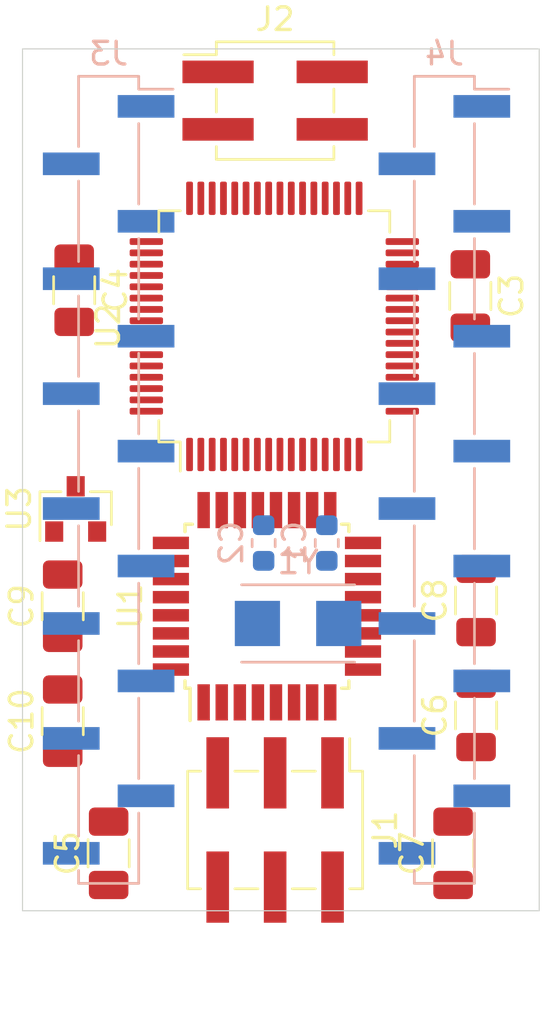
<source format=kicad_pcb>
(kicad_pcb (version 20171130) (host pcbnew 5.1.7)

  (general
    (thickness 1.6)
    (drawings 4)
    (tracks 0)
    (zones 0)
    (modules 18)
    (nets 46)
  )

  (page A4)
  (layers
    (0 F.Cu signal)
    (31 B.Cu signal)
    (32 B.Adhes user)
    (33 F.Adhes user)
    (34 B.Paste user)
    (35 F.Paste user)
    (36 B.SilkS user)
    (37 F.SilkS user)
    (38 B.Mask user)
    (39 F.Mask user)
    (40 Dwgs.User user)
    (41 Cmts.User user)
    (42 Eco1.User user)
    (43 Eco2.User user)
    (44 Edge.Cuts user)
    (45 Margin user)
    (46 B.CrtYd user)
    (47 F.CrtYd user)
    (48 B.Fab user)
    (49 F.Fab user)
  )

  (setup
    (last_trace_width 0.25)
    (trace_clearance 0.2)
    (zone_clearance 0.508)
    (zone_45_only no)
    (trace_min 0.2)
    (via_size 0.8)
    (via_drill 0.4)
    (via_min_size 0.4)
    (via_min_drill 0.3)
    (uvia_size 0.3)
    (uvia_drill 0.1)
    (uvias_allowed no)
    (uvia_min_size 0.2)
    (uvia_min_drill 0.1)
    (edge_width 0.05)
    (segment_width 0.2)
    (pcb_text_width 0.3)
    (pcb_text_size 1.5 1.5)
    (mod_edge_width 0.12)
    (mod_text_size 1 1)
    (mod_text_width 0.15)
    (pad_size 1.524 1.524)
    (pad_drill 0.762)
    (pad_to_mask_clearance 0)
    (aux_axis_origin 0 0)
    (visible_elements FFFFFF7F)
    (pcbplotparams
      (layerselection 0x010fc_ffffffff)
      (usegerberextensions false)
      (usegerberattributes true)
      (usegerberadvancedattributes true)
      (creategerberjobfile true)
      (excludeedgelayer true)
      (linewidth 0.100000)
      (plotframeref false)
      (viasonmask false)
      (mode 1)
      (useauxorigin false)
      (hpglpennumber 1)
      (hpglpenspeed 20)
      (hpglpendiameter 15.000000)
      (psnegative false)
      (psa4output false)
      (plotreference true)
      (plotvalue true)
      (plotinvisibletext false)
      (padsonsilk false)
      (subtractmaskfromsilk false)
      (outputformat 1)
      (mirror false)
      (drillshape 1)
      (scaleselection 1)
      (outputdirectory ""))
  )

  (net 0 "")
  (net 1 GND)
  (net 2 CS0)
  (net 3 ~DCD)
  (net 4 ~CS1)
  (net 5 ~DSR)
  (net 6 DB0)
  (net 7 RxC)
  (net 8 DB1)
  (net 9 DB2)
  (net 10 DB3)
  (net 11 ~RTS)
  (net 12 DB4)
  (net 13 ~CTS)
  (net 14 DB5)
  (net 15 TxD)
  (net 16 DB6)
  (net 17 ~DTR)
  (net 18 DB7)
  (net 19 RxD)
  (net 20 ~IRQ)
  (net 21 RS0)
  (net 22 RS1)
  (net 23 R~W)
  (net 24 +5V)
  (net 25 ~RESET)
  (net 26 MISO)
  (net 27 SCK)
  (net 28 MOSI)
  (net 29 "Net-(C1-Pad2)")
  (net 30 "Net-(C2-Pad2)")
  (net 31 CLK)
  (net 32 "Net-(U1-Pad12)")
  (net 33 "Net-(U1-Pad13)")
  (net 34 "Net-(U1-Pad17)")
  (net 35 "Net-(U1-Pad23)")
  (net 36 "Net-(U1-Pad24)")
  (net 37 "Net-(U1-Pad25)")
  (net 38 "Net-(U1-Pad26)")
  (net 39 "Net-(U1-Pad27)")
  (net 40 "Net-(U1-Pad28)")
  (net 41 +3V3)
  (net 42 "Net-(J2-Pad1)")
  (net 43 "Net-(J2-Pad2)")
  (net 44 "Net-(J2-Pad3)")
  (net 45 "Net-(J2-Pad4)")

  (net_class Default "This is the default net class."
    (clearance 0.2)
    (trace_width 0.25)
    (via_dia 0.8)
    (via_drill 0.4)
    (uvia_dia 0.3)
    (uvia_drill 0.1)
    (add_net +3V3)
    (add_net +5V)
    (add_net CLK)
    (add_net CS0)
    (add_net DB0)
    (add_net DB1)
    (add_net DB2)
    (add_net DB3)
    (add_net DB4)
    (add_net DB5)
    (add_net DB6)
    (add_net DB7)
    (add_net GND)
    (add_net MISO)
    (add_net MOSI)
    (add_net "Net-(C1-Pad2)")
    (add_net "Net-(C2-Pad2)")
    (add_net "Net-(J2-Pad1)")
    (add_net "Net-(J2-Pad2)")
    (add_net "Net-(J2-Pad3)")
    (add_net "Net-(J2-Pad4)")
    (add_net "Net-(U1-Pad12)")
    (add_net "Net-(U1-Pad13)")
    (add_net "Net-(U1-Pad17)")
    (add_net "Net-(U1-Pad23)")
    (add_net "Net-(U1-Pad24)")
    (add_net "Net-(U1-Pad25)")
    (add_net "Net-(U1-Pad26)")
    (add_net "Net-(U1-Pad27)")
    (add_net "Net-(U1-Pad28)")
    (add_net RS0)
    (add_net RS1)
    (add_net RxC)
    (add_net RxD)
    (add_net R~W)
    (add_net SCK)
    (add_net TxD)
    (add_net ~CS1)
    (add_net ~CTS)
    (add_net ~DCD)
    (add_net ~DSR)
    (add_net ~DTR)
    (add_net ~IRQ)
    (add_net ~RESET)
    (add_net ~RTS)
  )

  (module Connector_PinHeader_2.54mm:PinHeader_2x03_P2.54mm_Vertical_SMD (layer F.Cu) (tedit 59FED5CC) (tstamp 5F95D174)
    (at 149.606 175.499 270)
    (descr "surface-mounted straight pin header, 2x03, 2.54mm pitch, double rows")
    (tags "Surface mounted pin header SMD 2x03 2.54mm double row")
    (path /5FAE3062)
    (attr smd)
    (fp_text reference J1 (at 0 -4.87 90) (layer F.SilkS)
      (effects (font (size 1 1) (thickness 0.15)))
    )
    (fp_text value Conn_02x03_Odd_Even (at 0 4.87 90) (layer F.Fab)
      (effects (font (size 1 1) (thickness 0.15)))
    )
    (fp_line (start 2.54 3.81) (end -2.54 3.81) (layer F.Fab) (width 0.1))
    (fp_line (start -1.59 -3.81) (end 2.54 -3.81) (layer F.Fab) (width 0.1))
    (fp_line (start -2.54 3.81) (end -2.54 -2.86) (layer F.Fab) (width 0.1))
    (fp_line (start -2.54 -2.86) (end -1.59 -3.81) (layer F.Fab) (width 0.1))
    (fp_line (start 2.54 -3.81) (end 2.54 3.81) (layer F.Fab) (width 0.1))
    (fp_line (start -2.54 -2.86) (end -3.6 -2.86) (layer F.Fab) (width 0.1))
    (fp_line (start -3.6 -2.86) (end -3.6 -2.22) (layer F.Fab) (width 0.1))
    (fp_line (start -3.6 -2.22) (end -2.54 -2.22) (layer F.Fab) (width 0.1))
    (fp_line (start 2.54 -2.86) (end 3.6 -2.86) (layer F.Fab) (width 0.1))
    (fp_line (start 3.6 -2.86) (end 3.6 -2.22) (layer F.Fab) (width 0.1))
    (fp_line (start 3.6 -2.22) (end 2.54 -2.22) (layer F.Fab) (width 0.1))
    (fp_line (start -2.54 -0.32) (end -3.6 -0.32) (layer F.Fab) (width 0.1))
    (fp_line (start -3.6 -0.32) (end -3.6 0.32) (layer F.Fab) (width 0.1))
    (fp_line (start -3.6 0.32) (end -2.54 0.32) (layer F.Fab) (width 0.1))
    (fp_line (start 2.54 -0.32) (end 3.6 -0.32) (layer F.Fab) (width 0.1))
    (fp_line (start 3.6 -0.32) (end 3.6 0.32) (layer F.Fab) (width 0.1))
    (fp_line (start 3.6 0.32) (end 2.54 0.32) (layer F.Fab) (width 0.1))
    (fp_line (start -2.54 2.22) (end -3.6 2.22) (layer F.Fab) (width 0.1))
    (fp_line (start -3.6 2.22) (end -3.6 2.86) (layer F.Fab) (width 0.1))
    (fp_line (start -3.6 2.86) (end -2.54 2.86) (layer F.Fab) (width 0.1))
    (fp_line (start 2.54 2.22) (end 3.6 2.22) (layer F.Fab) (width 0.1))
    (fp_line (start 3.6 2.22) (end 3.6 2.86) (layer F.Fab) (width 0.1))
    (fp_line (start 3.6 2.86) (end 2.54 2.86) (layer F.Fab) (width 0.1))
    (fp_line (start -2.6 -3.87) (end 2.6 -3.87) (layer F.SilkS) (width 0.12))
    (fp_line (start -2.6 3.87) (end 2.6 3.87) (layer F.SilkS) (width 0.12))
    (fp_line (start -4.04 -3.3) (end -2.6 -3.3) (layer F.SilkS) (width 0.12))
    (fp_line (start -2.6 -3.87) (end -2.6 -3.3) (layer F.SilkS) (width 0.12))
    (fp_line (start 2.6 -3.87) (end 2.6 -3.3) (layer F.SilkS) (width 0.12))
    (fp_line (start -2.6 3.3) (end -2.6 3.87) (layer F.SilkS) (width 0.12))
    (fp_line (start 2.6 3.3) (end 2.6 3.87) (layer F.SilkS) (width 0.12))
    (fp_line (start -2.6 -1.78) (end -2.6 -0.76) (layer F.SilkS) (width 0.12))
    (fp_line (start 2.6 -1.78) (end 2.6 -0.76) (layer F.SilkS) (width 0.12))
    (fp_line (start -2.6 0.76) (end -2.6 1.78) (layer F.SilkS) (width 0.12))
    (fp_line (start 2.6 0.76) (end 2.6 1.78) (layer F.SilkS) (width 0.12))
    (fp_line (start -5.9 -4.35) (end -5.9 4.35) (layer F.CrtYd) (width 0.05))
    (fp_line (start -5.9 4.35) (end 5.9 4.35) (layer F.CrtYd) (width 0.05))
    (fp_line (start 5.9 4.35) (end 5.9 -4.35) (layer F.CrtYd) (width 0.05))
    (fp_line (start 5.9 -4.35) (end -5.9 -4.35) (layer F.CrtYd) (width 0.05))
    (fp_text user %R (at 0 0) (layer F.Fab)
      (effects (font (size 1 1) (thickness 0.15)))
    )
    (pad 1 smd rect (at -2.525 -2.54 270) (size 3.15 1) (layers F.Cu F.Paste F.Mask)
      (net 26 MISO))
    (pad 2 smd rect (at 2.525 -2.54 270) (size 3.15 1) (layers F.Cu F.Paste F.Mask)
      (net 24 +5V))
    (pad 3 smd rect (at -2.525 0 270) (size 3.15 1) (layers F.Cu F.Paste F.Mask)
      (net 27 SCK))
    (pad 4 smd rect (at 2.525 0 270) (size 3.15 1) (layers F.Cu F.Paste F.Mask)
      (net 28 MOSI))
    (pad 5 smd rect (at -2.525 2.54 270) (size 3.15 1) (layers F.Cu F.Paste F.Mask)
      (net 25 ~RESET))
    (pad 6 smd rect (at 2.525 2.54 270) (size 3.15 1) (layers F.Cu F.Paste F.Mask)
      (net 1 GND))
    (model ${KISYS3DMOD}/Connector_PinHeader_2.54mm.3dshapes/PinHeader_2x03_P2.54mm_Vertical_SMD.wrl
      (at (xyz 0 0 0))
      (scale (xyz 1 1 1))
      (rotate (xyz 0 0 0))
    )
  )

  (module Crystal:Crystal_SMD_Qantek_QC5CB-2Pin_5x3.2mm (layer B.Cu) (tedit 5B7C1E3E) (tstamp 5F95ED5C)
    (at 150.622 166.37 180)
    (descr "SMD Crystal Qantek QC5CB, https://www.qantek.com/tl_files/products/crystals/QC5CB.pdf")
    (tags "SMD SMT crystal")
    (path /5F977FBC)
    (attr smd)
    (fp_text reference Y1 (at 0 2.7) (layer B.SilkS)
      (effects (font (size 1 1) (thickness 0.15)) (justify mirror))
    )
    (fp_text value Crystal (at 0 -2.7) (layer B.Fab)
      (effects (font (size 1 1) (thickness 0.15)) (justify mirror))
    )
    (fp_line (start -2.5 1.6) (end 2.5 1.6) (layer B.Fab) (width 0.1))
    (fp_line (start 2.5 1.6) (end 2.5 -1.6) (layer B.Fab) (width 0.1))
    (fp_line (start -2.5 -1.6) (end 2.5 -1.6) (layer B.Fab) (width 0.1))
    (fp_line (start -2.5 1.6) (end -2.5 -1.6) (layer B.Fab) (width 0.1))
    (fp_line (start -3.05 1.85) (end 3.05 1.85) (layer B.CrtYd) (width 0.05))
    (fp_line (start -3.05 -1.85) (end 3.05 -1.85) (layer B.CrtYd) (width 0.05))
    (fp_line (start 3.05 1.85) (end 3.05 -1.85) (layer B.CrtYd) (width 0.05))
    (fp_line (start -3.05 1.85) (end -3.05 -1.85) (layer B.CrtYd) (width 0.05))
    (fp_line (start -2.5 1.71) (end 2.5 1.71) (layer B.SilkS) (width 0.12))
    (fp_line (start -2.5 -1.71) (end 2.5 -1.71) (layer B.SilkS) (width 0.12))
    (fp_text user %R (at 0 2.7) (layer B.Fab)
      (effects (font (size 1 1) (thickness 0.15)) (justify mirror))
    )
    (pad 1 smd rect (at -1.8 0 180) (size 2 2) (layers B.Cu B.Paste B.Mask)
      (net 29 "Net-(C1-Pad2)"))
    (pad 2 smd rect (at 1.8 0 180) (size 2 2) (layers B.Cu B.Paste B.Mask)
      (net 30 "Net-(C2-Pad2)"))
    (model ${KISYS3DMOD}/Crystal.3dshapes/Crystal_SMD_Qantek_QC5CB-2Pin_5x3.2mm.wrl
      (at (xyz 0 0 0))
      (scale (xyz 1 1 1))
      (rotate (xyz 0 0 0))
    )
  )

  (module Capacitor_SMD:C_0603_1608Metric (layer B.Cu) (tedit 5B301BBE) (tstamp 5F95F04B)
    (at 151.892 162.814 270)
    (descr "Capacitor SMD 0603 (1608 Metric), square (rectangular) end terminal, IPC_7351 nominal, (Body size source: http://www.tortai-tech.com/upload/download/2011102023233369053.pdf), generated with kicad-footprint-generator")
    (tags capacitor)
    (path /5FB93320)
    (attr smd)
    (fp_text reference C1 (at 0 1.43 90) (layer B.SilkS)
      (effects (font (size 1 1) (thickness 0.15)) (justify mirror))
    )
    (fp_text value 22pF (at 0 -1.43 90) (layer B.Fab)
      (effects (font (size 1 1) (thickness 0.15)) (justify mirror))
    )
    (fp_line (start 1.48 -0.73) (end -1.48 -0.73) (layer B.CrtYd) (width 0.05))
    (fp_line (start 1.48 0.73) (end 1.48 -0.73) (layer B.CrtYd) (width 0.05))
    (fp_line (start -1.48 0.73) (end 1.48 0.73) (layer B.CrtYd) (width 0.05))
    (fp_line (start -1.48 -0.73) (end -1.48 0.73) (layer B.CrtYd) (width 0.05))
    (fp_line (start -0.162779 -0.51) (end 0.162779 -0.51) (layer B.SilkS) (width 0.12))
    (fp_line (start -0.162779 0.51) (end 0.162779 0.51) (layer B.SilkS) (width 0.12))
    (fp_line (start 0.8 -0.4) (end -0.8 -0.4) (layer B.Fab) (width 0.1))
    (fp_line (start 0.8 0.4) (end 0.8 -0.4) (layer B.Fab) (width 0.1))
    (fp_line (start -0.8 0.4) (end 0.8 0.4) (layer B.Fab) (width 0.1))
    (fp_line (start -0.8 -0.4) (end -0.8 0.4) (layer B.Fab) (width 0.1))
    (fp_text user %R (at 0 0 90) (layer B.Fab)
      (effects (font (size 0.4 0.4) (thickness 0.06)) (justify mirror))
    )
    (pad 1 smd roundrect (at -0.7875 0 270) (size 0.875 0.95) (layers B.Cu B.Paste B.Mask) (roundrect_rratio 0.25)
      (net 1 GND))
    (pad 2 smd roundrect (at 0.7875 0 270) (size 0.875 0.95) (layers B.Cu B.Paste B.Mask) (roundrect_rratio 0.25)
      (net 29 "Net-(C1-Pad2)"))
    (model ${KISYS3DMOD}/Capacitor_SMD.3dshapes/C_0603_1608Metric.wrl
      (at (xyz 0 0 0))
      (scale (xyz 1 1 1))
      (rotate (xyz 0 0 0))
    )
  )

  (module Capacitor_SMD:C_0603_1608Metric (layer B.Cu) (tedit 5B301BBE) (tstamp 5F95F05C)
    (at 149.098 162.814 270)
    (descr "Capacitor SMD 0603 (1608 Metric), square (rectangular) end terminal, IPC_7351 nominal, (Body size source: http://www.tortai-tech.com/upload/download/2011102023233369053.pdf), generated with kicad-footprint-generator")
    (tags capacitor)
    (path /5FB947D7)
    (attr smd)
    (fp_text reference C2 (at 0 1.43 90) (layer B.SilkS)
      (effects (font (size 1 1) (thickness 0.15)) (justify mirror))
    )
    (fp_text value 22pF (at 0 -1.43 90) (layer B.Fab)
      (effects (font (size 1 1) (thickness 0.15)) (justify mirror))
    )
    (fp_line (start -0.8 -0.4) (end -0.8 0.4) (layer B.Fab) (width 0.1))
    (fp_line (start -0.8 0.4) (end 0.8 0.4) (layer B.Fab) (width 0.1))
    (fp_line (start 0.8 0.4) (end 0.8 -0.4) (layer B.Fab) (width 0.1))
    (fp_line (start 0.8 -0.4) (end -0.8 -0.4) (layer B.Fab) (width 0.1))
    (fp_line (start -0.162779 0.51) (end 0.162779 0.51) (layer B.SilkS) (width 0.12))
    (fp_line (start -0.162779 -0.51) (end 0.162779 -0.51) (layer B.SilkS) (width 0.12))
    (fp_line (start -1.48 -0.73) (end -1.48 0.73) (layer B.CrtYd) (width 0.05))
    (fp_line (start -1.48 0.73) (end 1.48 0.73) (layer B.CrtYd) (width 0.05))
    (fp_line (start 1.48 0.73) (end 1.48 -0.73) (layer B.CrtYd) (width 0.05))
    (fp_line (start 1.48 -0.73) (end -1.48 -0.73) (layer B.CrtYd) (width 0.05))
    (fp_text user %R (at 0 0 90) (layer B.Fab)
      (effects (font (size 0.4 0.4) (thickness 0.06)) (justify mirror))
    )
    (pad 2 smd roundrect (at 0.7875 0 270) (size 0.875 0.95) (layers B.Cu B.Paste B.Mask) (roundrect_rratio 0.25)
      (net 30 "Net-(C2-Pad2)"))
    (pad 1 smd roundrect (at -0.7875 0 270) (size 0.875 0.95) (layers B.Cu B.Paste B.Mask) (roundrect_rratio 0.25)
      (net 1 GND))
    (model ${KISYS3DMOD}/Capacitor_SMD.3dshapes/C_0603_1608Metric.wrl
      (at (xyz 0 0 0))
      (scale (xyz 1 1 1))
      (rotate (xyz 0 0 0))
    )
  )

  (module Capacitor_SMD:C_1206_3216Metric (layer F.Cu) (tedit 5B301BBE) (tstamp 5F95F06D)
    (at 158.242 151.892 270)
    (descr "Capacitor SMD 1206 (3216 Metric), square (rectangular) end terminal, IPC_7351 nominal, (Body size source: http://www.tortai-tech.com/upload/download/2011102023233369053.pdf), generated with kicad-footprint-generator")
    (tags capacitor)
    (path /5FBCF17A)
    (attr smd)
    (fp_text reference C3 (at 0 -1.82 90) (layer F.SilkS)
      (effects (font (size 1 1) (thickness 0.15)))
    )
    (fp_text value 1µF (at 0 1.82 90) (layer F.Fab)
      (effects (font (size 1 1) (thickness 0.15)))
    )
    (fp_line (start 2.28 1.12) (end -2.28 1.12) (layer F.CrtYd) (width 0.05))
    (fp_line (start 2.28 -1.12) (end 2.28 1.12) (layer F.CrtYd) (width 0.05))
    (fp_line (start -2.28 -1.12) (end 2.28 -1.12) (layer F.CrtYd) (width 0.05))
    (fp_line (start -2.28 1.12) (end -2.28 -1.12) (layer F.CrtYd) (width 0.05))
    (fp_line (start -0.602064 0.91) (end 0.602064 0.91) (layer F.SilkS) (width 0.12))
    (fp_line (start -0.602064 -0.91) (end 0.602064 -0.91) (layer F.SilkS) (width 0.12))
    (fp_line (start 1.6 0.8) (end -1.6 0.8) (layer F.Fab) (width 0.1))
    (fp_line (start 1.6 -0.8) (end 1.6 0.8) (layer F.Fab) (width 0.1))
    (fp_line (start -1.6 -0.8) (end 1.6 -0.8) (layer F.Fab) (width 0.1))
    (fp_line (start -1.6 0.8) (end -1.6 -0.8) (layer F.Fab) (width 0.1))
    (fp_text user %R (at 0 0 90) (layer F.Fab)
      (effects (font (size 0.8 0.8) (thickness 0.12)))
    )
    (pad 1 smd roundrect (at -1.4 0 270) (size 1.25 1.75) (layers F.Cu F.Paste F.Mask) (roundrect_rratio 0.2)
      (net 24 +5V))
    (pad 2 smd roundrect (at 1.4 0 270) (size 1.25 1.75) (layers F.Cu F.Paste F.Mask) (roundrect_rratio 0.2)
      (net 1 GND))
    (model ${KISYS3DMOD}/Capacitor_SMD.3dshapes/C_1206_3216Metric.wrl
      (at (xyz 0 0 0))
      (scale (xyz 1 1 1))
      (rotate (xyz 0 0 0))
    )
  )

  (module Capacitor_SMD:C_1206_3216Metric (layer F.Cu) (tedit 5B301BBE) (tstamp 5F95F07E)
    (at 140.716 151.638 270)
    (descr "Capacitor SMD 1206 (3216 Metric), square (rectangular) end terminal, IPC_7351 nominal, (Body size source: http://www.tortai-tech.com/upload/download/2011102023233369053.pdf), generated with kicad-footprint-generator")
    (tags capacitor)
    (path /5FBE430E)
    (attr smd)
    (fp_text reference C4 (at 0 -1.82 90) (layer F.SilkS)
      (effects (font (size 1 1) (thickness 0.15)))
    )
    (fp_text value 1nF (at 0 1.82 90) (layer F.Fab)
      (effects (font (size 1 1) (thickness 0.15)))
    )
    (fp_line (start -1.6 0.8) (end -1.6 -0.8) (layer F.Fab) (width 0.1))
    (fp_line (start -1.6 -0.8) (end 1.6 -0.8) (layer F.Fab) (width 0.1))
    (fp_line (start 1.6 -0.8) (end 1.6 0.8) (layer F.Fab) (width 0.1))
    (fp_line (start 1.6 0.8) (end -1.6 0.8) (layer F.Fab) (width 0.1))
    (fp_line (start -0.602064 -0.91) (end 0.602064 -0.91) (layer F.SilkS) (width 0.12))
    (fp_line (start -0.602064 0.91) (end 0.602064 0.91) (layer F.SilkS) (width 0.12))
    (fp_line (start -2.28 1.12) (end -2.28 -1.12) (layer F.CrtYd) (width 0.05))
    (fp_line (start -2.28 -1.12) (end 2.28 -1.12) (layer F.CrtYd) (width 0.05))
    (fp_line (start 2.28 -1.12) (end 2.28 1.12) (layer F.CrtYd) (width 0.05))
    (fp_line (start 2.28 1.12) (end -2.28 1.12) (layer F.CrtYd) (width 0.05))
    (fp_text user %R (at 0 0 90) (layer F.Fab)
      (effects (font (size 0.8 0.8) (thickness 0.12)))
    )
    (pad 2 smd roundrect (at 1.4 0 270) (size 1.25 1.75) (layers F.Cu F.Paste F.Mask) (roundrect_rratio 0.2)
      (net 1 GND))
    (pad 1 smd roundrect (at -1.4 0 270) (size 1.25 1.75) (layers F.Cu F.Paste F.Mask) (roundrect_rratio 0.2)
      (net 24 +5V))
    (model ${KISYS3DMOD}/Capacitor_SMD.3dshapes/C_1206_3216Metric.wrl
      (at (xyz 0 0 0))
      (scale (xyz 1 1 1))
      (rotate (xyz 0 0 0))
    )
  )

  (module Connector_PinHeader_2.54mm:PinHeader_1x14_P2.54mm_Vertical_SMD_Pin1Left (layer B.Cu) (tedit 59FED5CC) (tstamp 5FA82B7D)
    (at 142.24 160.02 180)
    (descr "surface-mounted straight pin header, 1x14, 2.54mm pitch, single row, style 1 (pin 1 left)")
    (tags "Surface mounted pin header SMD 1x14 2.54mm single row style1 pin1 left")
    (path /5FA94B30)
    (attr smd)
    (fp_text reference J3 (at 0 18.84) (layer B.SilkS)
      (effects (font (size 1 1) (thickness 0.15)) (justify mirror))
    )
    (fp_text value Conn_01x14 (at 0 -18.84) (layer B.Fab)
      (effects (font (size 1 1) (thickness 0.15)) (justify mirror))
    )
    (fp_line (start 3.45 18.3) (end -3.45 18.3) (layer B.CrtYd) (width 0.05))
    (fp_line (start 3.45 -18.3) (end 3.45 18.3) (layer B.CrtYd) (width 0.05))
    (fp_line (start -3.45 -18.3) (end 3.45 -18.3) (layer B.CrtYd) (width 0.05))
    (fp_line (start -3.45 18.3) (end -3.45 -18.3) (layer B.CrtYd) (width 0.05))
    (fp_line (start -1.33 -14.73) (end -1.33 -17.84) (layer B.SilkS) (width 0.12))
    (fp_line (start -1.33 -9.65) (end -1.33 -13.21) (layer B.SilkS) (width 0.12))
    (fp_line (start -1.33 -4.57) (end -1.33 -8.13) (layer B.SilkS) (width 0.12))
    (fp_line (start -1.33 0.51) (end -1.33 -3.05) (layer B.SilkS) (width 0.12))
    (fp_line (start -1.33 5.59) (end -1.33 2.03) (layer B.SilkS) (width 0.12))
    (fp_line (start -1.33 10.67) (end -1.33 7.11) (layer B.SilkS) (width 0.12))
    (fp_line (start -1.33 15.75) (end -1.33 12.19) (layer B.SilkS) (width 0.12))
    (fp_line (start 1.33 -12.19) (end 1.33 -15.75) (layer B.SilkS) (width 0.12))
    (fp_line (start 1.33 -7.11) (end 1.33 -10.67) (layer B.SilkS) (width 0.12))
    (fp_line (start 1.33 -2.03) (end 1.33 -5.59) (layer B.SilkS) (width 0.12))
    (fp_line (start 1.33 3.05) (end 1.33 -0.51) (layer B.SilkS) (width 0.12))
    (fp_line (start 1.33 8.13) (end 1.33 4.57) (layer B.SilkS) (width 0.12))
    (fp_line (start 1.33 13.21) (end 1.33 9.65) (layer B.SilkS) (width 0.12))
    (fp_line (start 1.33 -17.27) (end 1.33 -17.84) (layer B.SilkS) (width 0.12))
    (fp_line (start -1.33 17.84) (end -1.33 17.27) (layer B.SilkS) (width 0.12))
    (fp_line (start -1.33 17.27) (end -2.85 17.27) (layer B.SilkS) (width 0.12))
    (fp_line (start 1.33 17.84) (end 1.33 14.73) (layer B.SilkS) (width 0.12))
    (fp_line (start -1.33 -17.84) (end 1.33 -17.84) (layer B.SilkS) (width 0.12))
    (fp_line (start -1.33 17.84) (end 1.33 17.84) (layer B.SilkS) (width 0.12))
    (fp_line (start 2.54 -16.83) (end 1.27 -16.83) (layer B.Fab) (width 0.1))
    (fp_line (start 2.54 -16.19) (end 2.54 -16.83) (layer B.Fab) (width 0.1))
    (fp_line (start 1.27 -16.19) (end 2.54 -16.19) (layer B.Fab) (width 0.1))
    (fp_line (start 2.54 -11.75) (end 1.27 -11.75) (layer B.Fab) (width 0.1))
    (fp_line (start 2.54 -11.11) (end 2.54 -11.75) (layer B.Fab) (width 0.1))
    (fp_line (start 1.27 -11.11) (end 2.54 -11.11) (layer B.Fab) (width 0.1))
    (fp_line (start 2.54 -6.67) (end 1.27 -6.67) (layer B.Fab) (width 0.1))
    (fp_line (start 2.54 -6.03) (end 2.54 -6.67) (layer B.Fab) (width 0.1))
    (fp_line (start 1.27 -6.03) (end 2.54 -6.03) (layer B.Fab) (width 0.1))
    (fp_line (start 2.54 -1.59) (end 1.27 -1.59) (layer B.Fab) (width 0.1))
    (fp_line (start 2.54 -0.95) (end 2.54 -1.59) (layer B.Fab) (width 0.1))
    (fp_line (start 1.27 -0.95) (end 2.54 -0.95) (layer B.Fab) (width 0.1))
    (fp_line (start 2.54 3.49) (end 1.27 3.49) (layer B.Fab) (width 0.1))
    (fp_line (start 2.54 4.13) (end 2.54 3.49) (layer B.Fab) (width 0.1))
    (fp_line (start 1.27 4.13) (end 2.54 4.13) (layer B.Fab) (width 0.1))
    (fp_line (start 2.54 8.57) (end 1.27 8.57) (layer B.Fab) (width 0.1))
    (fp_line (start 2.54 9.21) (end 2.54 8.57) (layer B.Fab) (width 0.1))
    (fp_line (start 1.27 9.21) (end 2.54 9.21) (layer B.Fab) (width 0.1))
    (fp_line (start 2.54 13.65) (end 1.27 13.65) (layer B.Fab) (width 0.1))
    (fp_line (start 2.54 14.29) (end 2.54 13.65) (layer B.Fab) (width 0.1))
    (fp_line (start 1.27 14.29) (end 2.54 14.29) (layer B.Fab) (width 0.1))
    (fp_line (start -2.54 -14.29) (end -1.27 -14.29) (layer B.Fab) (width 0.1))
    (fp_line (start -2.54 -13.65) (end -2.54 -14.29) (layer B.Fab) (width 0.1))
    (fp_line (start -1.27 -13.65) (end -2.54 -13.65) (layer B.Fab) (width 0.1))
    (fp_line (start -2.54 -9.21) (end -1.27 -9.21) (layer B.Fab) (width 0.1))
    (fp_line (start -2.54 -8.57) (end -2.54 -9.21) (layer B.Fab) (width 0.1))
    (fp_line (start -1.27 -8.57) (end -2.54 -8.57) (layer B.Fab) (width 0.1))
    (fp_line (start -2.54 -4.13) (end -1.27 -4.13) (layer B.Fab) (width 0.1))
    (fp_line (start -2.54 -3.49) (end -2.54 -4.13) (layer B.Fab) (width 0.1))
    (fp_line (start -1.27 -3.49) (end -2.54 -3.49) (layer B.Fab) (width 0.1))
    (fp_line (start -2.54 0.95) (end -1.27 0.95) (layer B.Fab) (width 0.1))
    (fp_line (start -2.54 1.59) (end -2.54 0.95) (layer B.Fab) (width 0.1))
    (fp_line (start -1.27 1.59) (end -2.54 1.59) (layer B.Fab) (width 0.1))
    (fp_line (start -2.54 6.03) (end -1.27 6.03) (layer B.Fab) (width 0.1))
    (fp_line (start -2.54 6.67) (end -2.54 6.03) (layer B.Fab) (width 0.1))
    (fp_line (start -1.27 6.67) (end -2.54 6.67) (layer B.Fab) (width 0.1))
    (fp_line (start -2.54 11.11) (end -1.27 11.11) (layer B.Fab) (width 0.1))
    (fp_line (start -2.54 11.75) (end -2.54 11.11) (layer B.Fab) (width 0.1))
    (fp_line (start -1.27 11.75) (end -2.54 11.75) (layer B.Fab) (width 0.1))
    (fp_line (start -2.54 16.19) (end -1.27 16.19) (layer B.Fab) (width 0.1))
    (fp_line (start -2.54 16.83) (end -2.54 16.19) (layer B.Fab) (width 0.1))
    (fp_line (start -1.27 16.83) (end -2.54 16.83) (layer B.Fab) (width 0.1))
    (fp_line (start 1.27 17.78) (end 1.27 -17.78) (layer B.Fab) (width 0.1))
    (fp_line (start -1.27 16.83) (end -0.32 17.78) (layer B.Fab) (width 0.1))
    (fp_line (start -1.27 -17.78) (end -1.27 16.83) (layer B.Fab) (width 0.1))
    (fp_line (start -0.32 17.78) (end 1.27 17.78) (layer B.Fab) (width 0.1))
    (fp_line (start 1.27 -17.78) (end -1.27 -17.78) (layer B.Fab) (width 0.1))
    (fp_text user %R (at 0 0 270) (layer B.Fab)
      (effects (font (size 1 1) (thickness 0.15)) (justify mirror))
    )
    (pad 1 smd rect (at -1.655 16.51 180) (size 2.51 1) (layers B.Cu B.Paste B.Mask)
      (net 1 GND))
    (pad 3 smd rect (at -1.655 11.43 180) (size 2.51 1) (layers B.Cu B.Paste B.Mask)
      (net 4 ~CS1))
    (pad 5 smd rect (at -1.655 6.35 180) (size 2.51 1) (layers B.Cu B.Paste B.Mask)
      (net 7 RxC))
    (pad 7 smd rect (at -1.655 1.27 180) (size 2.51 1) (layers B.Cu B.Paste B.Mask))
    (pad 9 smd rect (at -1.655 -3.81 180) (size 2.51 1) (layers B.Cu B.Paste B.Mask)
      (net 13 ~CTS))
    (pad 11 smd rect (at -1.655 -8.89 180) (size 2.51 1) (layers B.Cu B.Paste B.Mask)
      (net 17 ~DTR))
    (pad 13 smd rect (at -1.655 -13.97 180) (size 2.51 1) (layers B.Cu B.Paste B.Mask)
      (net 21 RS0))
    (pad 2 smd rect (at 1.655 13.97 180) (size 2.51 1) (layers B.Cu B.Paste B.Mask)
      (net 2 CS0))
    (pad 4 smd rect (at 1.655 8.89 180) (size 2.51 1) (layers B.Cu B.Paste B.Mask)
      (net 25 ~RESET))
    (pad 6 smd rect (at 1.655 3.81 180) (size 2.51 1) (layers B.Cu B.Paste B.Mask))
    (pad 8 smd rect (at 1.655 -1.27 180) (size 2.51 1) (layers B.Cu B.Paste B.Mask)
      (net 11 ~RTS))
    (pad 10 smd rect (at 1.655 -6.35 180) (size 2.51 1) (layers B.Cu B.Paste B.Mask)
      (net 15 TxD))
    (pad 12 smd rect (at 1.655 -11.43 180) (size 2.51 1) (layers B.Cu B.Paste B.Mask)
      (net 19 RxD))
    (pad 14 smd rect (at 1.655 -16.51 180) (size 2.51 1) (layers B.Cu B.Paste B.Mask)
      (net 22 RS1))
    (model ${KISYS3DMOD}/Connector_PinHeader_2.54mm.3dshapes/PinHeader_1x14_P2.54mm_Vertical_SMD_Pin1Left.wrl
      (at (xyz 0 0 0))
      (scale (xyz 1 1 1))
      (rotate (xyz 0 0 0))
    )
  )

  (module Connector_PinHeader_2.54mm:PinHeader_1x14_P2.54mm_Vertical_SMD_Pin1Left (layer B.Cu) (tedit 59FED5CC) (tstamp 5FA82BD6)
    (at 157.095 160.02 180)
    (descr "surface-mounted straight pin header, 1x14, 2.54mm pitch, single row, style 1 (pin 1 left)")
    (tags "Surface mounted pin header SMD 1x14 2.54mm single row style1 pin1 left")
    (path /5FA999B9)
    (attr smd)
    (fp_text reference J4 (at 0 18.84) (layer B.SilkS)
      (effects (font (size 1 1) (thickness 0.15)) (justify mirror))
    )
    (fp_text value Conn_01x14 (at 0 -18.84) (layer B.Fab)
      (effects (font (size 1 1) (thickness 0.15)) (justify mirror))
    )
    (fp_text user %R (at 0 0 270) (layer B.Fab)
      (effects (font (size 1 1) (thickness 0.15)) (justify mirror))
    )
    (fp_line (start 1.27 -17.78) (end -1.27 -17.78) (layer B.Fab) (width 0.1))
    (fp_line (start -0.32 17.78) (end 1.27 17.78) (layer B.Fab) (width 0.1))
    (fp_line (start -1.27 -17.78) (end -1.27 16.83) (layer B.Fab) (width 0.1))
    (fp_line (start -1.27 16.83) (end -0.32 17.78) (layer B.Fab) (width 0.1))
    (fp_line (start 1.27 17.78) (end 1.27 -17.78) (layer B.Fab) (width 0.1))
    (fp_line (start -1.27 16.83) (end -2.54 16.83) (layer B.Fab) (width 0.1))
    (fp_line (start -2.54 16.83) (end -2.54 16.19) (layer B.Fab) (width 0.1))
    (fp_line (start -2.54 16.19) (end -1.27 16.19) (layer B.Fab) (width 0.1))
    (fp_line (start -1.27 11.75) (end -2.54 11.75) (layer B.Fab) (width 0.1))
    (fp_line (start -2.54 11.75) (end -2.54 11.11) (layer B.Fab) (width 0.1))
    (fp_line (start -2.54 11.11) (end -1.27 11.11) (layer B.Fab) (width 0.1))
    (fp_line (start -1.27 6.67) (end -2.54 6.67) (layer B.Fab) (width 0.1))
    (fp_line (start -2.54 6.67) (end -2.54 6.03) (layer B.Fab) (width 0.1))
    (fp_line (start -2.54 6.03) (end -1.27 6.03) (layer B.Fab) (width 0.1))
    (fp_line (start -1.27 1.59) (end -2.54 1.59) (layer B.Fab) (width 0.1))
    (fp_line (start -2.54 1.59) (end -2.54 0.95) (layer B.Fab) (width 0.1))
    (fp_line (start -2.54 0.95) (end -1.27 0.95) (layer B.Fab) (width 0.1))
    (fp_line (start -1.27 -3.49) (end -2.54 -3.49) (layer B.Fab) (width 0.1))
    (fp_line (start -2.54 -3.49) (end -2.54 -4.13) (layer B.Fab) (width 0.1))
    (fp_line (start -2.54 -4.13) (end -1.27 -4.13) (layer B.Fab) (width 0.1))
    (fp_line (start -1.27 -8.57) (end -2.54 -8.57) (layer B.Fab) (width 0.1))
    (fp_line (start -2.54 -8.57) (end -2.54 -9.21) (layer B.Fab) (width 0.1))
    (fp_line (start -2.54 -9.21) (end -1.27 -9.21) (layer B.Fab) (width 0.1))
    (fp_line (start -1.27 -13.65) (end -2.54 -13.65) (layer B.Fab) (width 0.1))
    (fp_line (start -2.54 -13.65) (end -2.54 -14.29) (layer B.Fab) (width 0.1))
    (fp_line (start -2.54 -14.29) (end -1.27 -14.29) (layer B.Fab) (width 0.1))
    (fp_line (start 1.27 14.29) (end 2.54 14.29) (layer B.Fab) (width 0.1))
    (fp_line (start 2.54 14.29) (end 2.54 13.65) (layer B.Fab) (width 0.1))
    (fp_line (start 2.54 13.65) (end 1.27 13.65) (layer B.Fab) (width 0.1))
    (fp_line (start 1.27 9.21) (end 2.54 9.21) (layer B.Fab) (width 0.1))
    (fp_line (start 2.54 9.21) (end 2.54 8.57) (layer B.Fab) (width 0.1))
    (fp_line (start 2.54 8.57) (end 1.27 8.57) (layer B.Fab) (width 0.1))
    (fp_line (start 1.27 4.13) (end 2.54 4.13) (layer B.Fab) (width 0.1))
    (fp_line (start 2.54 4.13) (end 2.54 3.49) (layer B.Fab) (width 0.1))
    (fp_line (start 2.54 3.49) (end 1.27 3.49) (layer B.Fab) (width 0.1))
    (fp_line (start 1.27 -0.95) (end 2.54 -0.95) (layer B.Fab) (width 0.1))
    (fp_line (start 2.54 -0.95) (end 2.54 -1.59) (layer B.Fab) (width 0.1))
    (fp_line (start 2.54 -1.59) (end 1.27 -1.59) (layer B.Fab) (width 0.1))
    (fp_line (start 1.27 -6.03) (end 2.54 -6.03) (layer B.Fab) (width 0.1))
    (fp_line (start 2.54 -6.03) (end 2.54 -6.67) (layer B.Fab) (width 0.1))
    (fp_line (start 2.54 -6.67) (end 1.27 -6.67) (layer B.Fab) (width 0.1))
    (fp_line (start 1.27 -11.11) (end 2.54 -11.11) (layer B.Fab) (width 0.1))
    (fp_line (start 2.54 -11.11) (end 2.54 -11.75) (layer B.Fab) (width 0.1))
    (fp_line (start 2.54 -11.75) (end 1.27 -11.75) (layer B.Fab) (width 0.1))
    (fp_line (start 1.27 -16.19) (end 2.54 -16.19) (layer B.Fab) (width 0.1))
    (fp_line (start 2.54 -16.19) (end 2.54 -16.83) (layer B.Fab) (width 0.1))
    (fp_line (start 2.54 -16.83) (end 1.27 -16.83) (layer B.Fab) (width 0.1))
    (fp_line (start -1.33 17.84) (end 1.33 17.84) (layer B.SilkS) (width 0.12))
    (fp_line (start -1.33 -17.84) (end 1.33 -17.84) (layer B.SilkS) (width 0.12))
    (fp_line (start 1.33 17.84) (end 1.33 14.73) (layer B.SilkS) (width 0.12))
    (fp_line (start -1.33 17.27) (end -2.85 17.27) (layer B.SilkS) (width 0.12))
    (fp_line (start -1.33 17.84) (end -1.33 17.27) (layer B.SilkS) (width 0.12))
    (fp_line (start 1.33 -17.27) (end 1.33 -17.84) (layer B.SilkS) (width 0.12))
    (fp_line (start 1.33 13.21) (end 1.33 9.65) (layer B.SilkS) (width 0.12))
    (fp_line (start 1.33 8.13) (end 1.33 4.57) (layer B.SilkS) (width 0.12))
    (fp_line (start 1.33 3.05) (end 1.33 -0.51) (layer B.SilkS) (width 0.12))
    (fp_line (start 1.33 -2.03) (end 1.33 -5.59) (layer B.SilkS) (width 0.12))
    (fp_line (start 1.33 -7.11) (end 1.33 -10.67) (layer B.SilkS) (width 0.12))
    (fp_line (start 1.33 -12.19) (end 1.33 -15.75) (layer B.SilkS) (width 0.12))
    (fp_line (start -1.33 15.75) (end -1.33 12.19) (layer B.SilkS) (width 0.12))
    (fp_line (start -1.33 10.67) (end -1.33 7.11) (layer B.SilkS) (width 0.12))
    (fp_line (start -1.33 5.59) (end -1.33 2.03) (layer B.SilkS) (width 0.12))
    (fp_line (start -1.33 0.51) (end -1.33 -3.05) (layer B.SilkS) (width 0.12))
    (fp_line (start -1.33 -4.57) (end -1.33 -8.13) (layer B.SilkS) (width 0.12))
    (fp_line (start -1.33 -9.65) (end -1.33 -13.21) (layer B.SilkS) (width 0.12))
    (fp_line (start -1.33 -14.73) (end -1.33 -17.84) (layer B.SilkS) (width 0.12))
    (fp_line (start -3.45 18.3) (end -3.45 -18.3) (layer B.CrtYd) (width 0.05))
    (fp_line (start -3.45 -18.3) (end 3.45 -18.3) (layer B.CrtYd) (width 0.05))
    (fp_line (start 3.45 -18.3) (end 3.45 18.3) (layer B.CrtYd) (width 0.05))
    (fp_line (start 3.45 18.3) (end -3.45 18.3) (layer B.CrtYd) (width 0.05))
    (pad 14 smd rect (at 1.655 -16.51 180) (size 2.51 1) (layers B.Cu B.Paste B.Mask)
      (net 24 +5V))
    (pad 12 smd rect (at 1.655 -11.43 180) (size 2.51 1) (layers B.Cu B.Paste B.Mask)
      (net 5 ~DSR))
    (pad 10 smd rect (at 1.655 -6.35 180) (size 2.51 1) (layers B.Cu B.Paste B.Mask)
      (net 8 DB1))
    (pad 8 smd rect (at 1.655 -1.27 180) (size 2.51 1) (layers B.Cu B.Paste B.Mask)
      (net 10 DB3))
    (pad 6 smd rect (at 1.655 3.81 180) (size 2.51 1) (layers B.Cu B.Paste B.Mask)
      (net 14 DB5))
    (pad 4 smd rect (at 1.655 8.89 180) (size 2.51 1) (layers B.Cu B.Paste B.Mask)
      (net 18 DB7))
    (pad 2 smd rect (at 1.655 13.97 180) (size 2.51 1) (layers B.Cu B.Paste B.Mask)
      (net 31 CLK))
    (pad 13 smd rect (at -1.655 -13.97 180) (size 2.51 1) (layers B.Cu B.Paste B.Mask)
      (net 3 ~DCD))
    (pad 11 smd rect (at -1.655 -8.89 180) (size 2.51 1) (layers B.Cu B.Paste B.Mask)
      (net 6 DB0))
    (pad 9 smd rect (at -1.655 -3.81 180) (size 2.51 1) (layers B.Cu B.Paste B.Mask)
      (net 9 DB2))
    (pad 7 smd rect (at -1.655 1.27 180) (size 2.51 1) (layers B.Cu B.Paste B.Mask)
      (net 12 DB4))
    (pad 5 smd rect (at -1.655 6.35 180) (size 2.51 1) (layers B.Cu B.Paste B.Mask)
      (net 16 DB6))
    (pad 3 smd rect (at -1.655 11.43 180) (size 2.51 1) (layers B.Cu B.Paste B.Mask)
      (net 20 ~IRQ))
    (pad 1 smd rect (at -1.655 16.51 180) (size 2.51 1) (layers B.Cu B.Paste B.Mask)
      (net 23 R~W))
    (model ${KISYS3DMOD}/Connector_PinHeader_2.54mm.3dshapes/PinHeader_1x14_P2.54mm_Vertical_SMD_Pin1Left.wrl
      (at (xyz 0 0 0))
      (scale (xyz 1 1 1))
      (rotate (xyz 0 0 0))
    )
  )

  (module Package_QFP:TQFP-32_7x7mm_P0.8mm (layer F.Cu) (tedit 5A02F146) (tstamp 5FA84218)
    (at 149.244 165.608 90)
    (descr "32-Lead Plastic Thin Quad Flatpack (PT) - 7x7x1.0 mm Body, 2.00 mm [TQFP] (see Microchip Packaging Specification 00000049BS.pdf)")
    (tags "QFP 0.8")
    (path /5FB1B1B7)
    (attr smd)
    (fp_text reference U1 (at 0 -6.05 90) (layer F.SilkS)
      (effects (font (size 1 1) (thickness 0.15)))
    )
    (fp_text value ATmega88-20AU (at 0 6.05 90) (layer F.Fab)
      (effects (font (size 1 1) (thickness 0.15)))
    )
    (fp_line (start -3.625 -3.4) (end -5.05 -3.4) (layer F.SilkS) (width 0.15))
    (fp_line (start 3.625 -3.625) (end 3.3 -3.625) (layer F.SilkS) (width 0.15))
    (fp_line (start 3.625 3.625) (end 3.3 3.625) (layer F.SilkS) (width 0.15))
    (fp_line (start -3.625 3.625) (end -3.3 3.625) (layer F.SilkS) (width 0.15))
    (fp_line (start -3.625 -3.625) (end -3.3 -3.625) (layer F.SilkS) (width 0.15))
    (fp_line (start -3.625 3.625) (end -3.625 3.3) (layer F.SilkS) (width 0.15))
    (fp_line (start 3.625 3.625) (end 3.625 3.3) (layer F.SilkS) (width 0.15))
    (fp_line (start 3.625 -3.625) (end 3.625 -3.3) (layer F.SilkS) (width 0.15))
    (fp_line (start -3.625 -3.625) (end -3.625 -3.4) (layer F.SilkS) (width 0.15))
    (fp_line (start -5.3 5.3) (end 5.3 5.3) (layer F.CrtYd) (width 0.05))
    (fp_line (start -5.3 -5.3) (end 5.3 -5.3) (layer F.CrtYd) (width 0.05))
    (fp_line (start 5.3 -5.3) (end 5.3 5.3) (layer F.CrtYd) (width 0.05))
    (fp_line (start -5.3 -5.3) (end -5.3 5.3) (layer F.CrtYd) (width 0.05))
    (fp_line (start -3.5 -2.5) (end -2.5 -3.5) (layer F.Fab) (width 0.15))
    (fp_line (start -3.5 3.5) (end -3.5 -2.5) (layer F.Fab) (width 0.15))
    (fp_line (start 3.5 3.5) (end -3.5 3.5) (layer F.Fab) (width 0.15))
    (fp_line (start 3.5 -3.5) (end 3.5 3.5) (layer F.Fab) (width 0.15))
    (fp_line (start -2.5 -3.5) (end 3.5 -3.5) (layer F.Fab) (width 0.15))
    (fp_text user %R (at 0 0 90) (layer F.Fab)
      (effects (font (size 1 1) (thickness 0.15)))
    )
    (pad 1 smd rect (at -4.25 -2.8 90) (size 1.6 0.55) (layers F.Cu F.Paste F.Mask)
      (net 3 ~DCD))
    (pad 2 smd rect (at -4.25 -2 90) (size 1.6 0.55) (layers F.Cu F.Paste F.Mask)
      (net 17 ~DTR))
    (pad 3 smd rect (at -4.25 -1.2 90) (size 1.6 0.55) (layers F.Cu F.Paste F.Mask)
      (net 1 GND))
    (pad 4 smd rect (at -4.25 -0.4 90) (size 1.6 0.55) (layers F.Cu F.Paste F.Mask)
      (net 24 +5V))
    (pad 5 smd rect (at -4.25 0.4 90) (size 1.6 0.55) (layers F.Cu F.Paste F.Mask)
      (net 1 GND))
    (pad 6 smd rect (at -4.25 1.2 90) (size 1.6 0.55) (layers F.Cu F.Paste F.Mask)
      (net 24 +5V))
    (pad 7 smd rect (at -4.25 2 90) (size 1.6 0.55) (layers F.Cu F.Paste F.Mask)
      (net 30 "Net-(C2-Pad2)"))
    (pad 8 smd rect (at -4.25 2.8 90) (size 1.6 0.55) (layers F.Cu F.Paste F.Mask)
      (net 29 "Net-(C1-Pad2)"))
    (pad 9 smd rect (at -2.8 4.25 180) (size 1.6 0.55) (layers F.Cu F.Paste F.Mask)
      (net 13 ~CTS))
    (pad 10 smd rect (at -2 4.25 180) (size 1.6 0.55) (layers F.Cu F.Paste F.Mask)
      (net 11 ~RTS))
    (pad 11 smd rect (at -1.2 4.25 180) (size 1.6 0.55) (layers F.Cu F.Paste F.Mask)
      (net 7 RxC))
    (pad 12 smd rect (at -0.4 4.25 180) (size 1.6 0.55) (layers F.Cu F.Paste F.Mask)
      (net 32 "Net-(U1-Pad12)"))
    (pad 13 smd rect (at 0.4 4.25 180) (size 1.6 0.55) (layers F.Cu F.Paste F.Mask)
      (net 33 "Net-(U1-Pad13)"))
    (pad 14 smd rect (at 1.2 4.25 180) (size 1.6 0.55) (layers F.Cu F.Paste F.Mask)
      (net 27 SCK))
    (pad 15 smd rect (at 2 4.25 180) (size 1.6 0.55) (layers F.Cu F.Paste F.Mask)
      (net 28 MOSI))
    (pad 16 smd rect (at 2.8 4.25 180) (size 1.6 0.55) (layers F.Cu F.Paste F.Mask)
      (net 26 MISO))
    (pad 17 smd rect (at 4.25 2.8 90) (size 1.6 0.55) (layers F.Cu F.Paste F.Mask)
      (net 34 "Net-(U1-Pad17)"))
    (pad 18 smd rect (at 4.25 2 90) (size 1.6 0.55) (layers F.Cu F.Paste F.Mask)
      (net 24 +5V))
    (pad 19 smd rect (at 4.25 1.2 90) (size 1.6 0.55) (layers F.Cu F.Paste F.Mask))
    (pad 20 smd rect (at 4.25 0.4 90) (size 1.6 0.55) (layers F.Cu F.Paste F.Mask))
    (pad 21 smd rect (at 4.25 -0.4 90) (size 1.6 0.55) (layers F.Cu F.Paste F.Mask)
      (net 1 GND))
    (pad 22 smd rect (at 4.25 -1.2 90) (size 1.6 0.55) (layers F.Cu F.Paste F.Mask))
    (pad 23 smd rect (at 4.25 -2 90) (size 1.6 0.55) (layers F.Cu F.Paste F.Mask)
      (net 35 "Net-(U1-Pad23)"))
    (pad 24 smd rect (at 4.25 -2.8 90) (size 1.6 0.55) (layers F.Cu F.Paste F.Mask)
      (net 36 "Net-(U1-Pad24)"))
    (pad 25 smd rect (at 2.8 -4.25 180) (size 1.6 0.55) (layers F.Cu F.Paste F.Mask)
      (net 37 "Net-(U1-Pad25)"))
    (pad 26 smd rect (at 2 -4.25 180) (size 1.6 0.55) (layers F.Cu F.Paste F.Mask)
      (net 38 "Net-(U1-Pad26)"))
    (pad 27 smd rect (at 1.2 -4.25 180) (size 1.6 0.55) (layers F.Cu F.Paste F.Mask)
      (net 39 "Net-(U1-Pad27)"))
    (pad 28 smd rect (at 0.4 -4.25 180) (size 1.6 0.55) (layers F.Cu F.Paste F.Mask)
      (net 40 "Net-(U1-Pad28)"))
    (pad 29 smd rect (at -0.4 -4.25 180) (size 1.6 0.55) (layers F.Cu F.Paste F.Mask)
      (net 25 ~RESET))
    (pad 30 smd rect (at -1.2 -4.25 180) (size 1.6 0.55) (layers F.Cu F.Paste F.Mask)
      (net 19 RxD))
    (pad 31 smd rect (at -2 -4.25 180) (size 1.6 0.55) (layers F.Cu F.Paste F.Mask)
      (net 15 TxD))
    (pad 32 smd rect (at -2.8 -4.25 180) (size 1.6 0.55) (layers F.Cu F.Paste F.Mask)
      (net 5 ~DSR))
    (model ${KISYS3DMOD}/Package_QFP.3dshapes/TQFP-32_7x7mm_P0.8mm.wrl
      (at (xyz 0 0 0))
      (scale (xyz 1 1 1))
      (rotate (xyz 0 0 0))
    )
  )

  (module Package_QFP:TQFP-64_10x10mm_P0.5mm (layer F.Cu) (tedit 5B56F227) (tstamp 5FA84283)
    (at 149.57 153.2365 90)
    (descr "TQFP, 64 Pin (http://www.microsemi.com/index.php?option=com_docman&task=doc_download&gid=131095), generated with kicad-footprint-generator ipc_qfp_generator.py")
    (tags "TQFP QFP")
    (path /5FB34565)
    (attr smd)
    (fp_text reference U2 (at 0 -7.35 90) (layer F.SilkS)
      (effects (font (size 1 1) (thickness 0.15)))
    )
    (fp_text value XC9572XL-VQ64 (at 0 7.35 90) (layer F.Fab)
      (effects (font (size 1 1) (thickness 0.15)))
    )
    (fp_line (start 6.65 4.15) (end 6.65 0) (layer F.CrtYd) (width 0.05))
    (fp_line (start 5.25 4.15) (end 6.65 4.15) (layer F.CrtYd) (width 0.05))
    (fp_line (start 5.25 5.25) (end 5.25 4.15) (layer F.CrtYd) (width 0.05))
    (fp_line (start 4.15 5.25) (end 5.25 5.25) (layer F.CrtYd) (width 0.05))
    (fp_line (start 4.15 6.65) (end 4.15 5.25) (layer F.CrtYd) (width 0.05))
    (fp_line (start 0 6.65) (end 4.15 6.65) (layer F.CrtYd) (width 0.05))
    (fp_line (start -6.65 4.15) (end -6.65 0) (layer F.CrtYd) (width 0.05))
    (fp_line (start -5.25 4.15) (end -6.65 4.15) (layer F.CrtYd) (width 0.05))
    (fp_line (start -5.25 5.25) (end -5.25 4.15) (layer F.CrtYd) (width 0.05))
    (fp_line (start -4.15 5.25) (end -5.25 5.25) (layer F.CrtYd) (width 0.05))
    (fp_line (start -4.15 6.65) (end -4.15 5.25) (layer F.CrtYd) (width 0.05))
    (fp_line (start 0 6.65) (end -4.15 6.65) (layer F.CrtYd) (width 0.05))
    (fp_line (start 6.65 -4.15) (end 6.65 0) (layer F.CrtYd) (width 0.05))
    (fp_line (start 5.25 -4.15) (end 6.65 -4.15) (layer F.CrtYd) (width 0.05))
    (fp_line (start 5.25 -5.25) (end 5.25 -4.15) (layer F.CrtYd) (width 0.05))
    (fp_line (start 4.15 -5.25) (end 5.25 -5.25) (layer F.CrtYd) (width 0.05))
    (fp_line (start 4.15 -6.65) (end 4.15 -5.25) (layer F.CrtYd) (width 0.05))
    (fp_line (start 0 -6.65) (end 4.15 -6.65) (layer F.CrtYd) (width 0.05))
    (fp_line (start -6.65 -4.15) (end -6.65 0) (layer F.CrtYd) (width 0.05))
    (fp_line (start -5.25 -4.15) (end -6.65 -4.15) (layer F.CrtYd) (width 0.05))
    (fp_line (start -5.25 -5.25) (end -5.25 -4.15) (layer F.CrtYd) (width 0.05))
    (fp_line (start -4.15 -5.25) (end -5.25 -5.25) (layer F.CrtYd) (width 0.05))
    (fp_line (start -4.15 -6.65) (end -4.15 -5.25) (layer F.CrtYd) (width 0.05))
    (fp_line (start 0 -6.65) (end -4.15 -6.65) (layer F.CrtYd) (width 0.05))
    (fp_line (start -5 -4) (end -4 -5) (layer F.Fab) (width 0.1))
    (fp_line (start -5 5) (end -5 -4) (layer F.Fab) (width 0.1))
    (fp_line (start 5 5) (end -5 5) (layer F.Fab) (width 0.1))
    (fp_line (start 5 -5) (end 5 5) (layer F.Fab) (width 0.1))
    (fp_line (start -4 -5) (end 5 -5) (layer F.Fab) (width 0.1))
    (fp_line (start -5.11 -4.16) (end -6.4 -4.16) (layer F.SilkS) (width 0.12))
    (fp_line (start 5.11 5.11) (end 5.11 4.16) (layer F.SilkS) (width 0.12))
    (fp_line (start 4.16 5.11) (end 5.11 5.11) (layer F.SilkS) (width 0.12))
    (fp_line (start -5.11 5.11) (end -5.11 4.16) (layer F.SilkS) (width 0.12))
    (fp_line (start -4.16 5.11) (end -5.11 5.11) (layer F.SilkS) (width 0.12))
    (fp_line (start 5.11 -5.11) (end 5.11 -4.16) (layer F.SilkS) (width 0.12))
    (fp_line (start 4.16 -5.11) (end 5.11 -5.11) (layer F.SilkS) (width 0.12))
    (fp_line (start -5.11 -5.11) (end -5.11 -4.16) (layer F.SilkS) (width 0.12))
    (fp_line (start -4.16 -5.11) (end -5.11 -5.11) (layer F.SilkS) (width 0.12))
    (fp_text user %R (at -3.81 -3.1225 90) (layer F.Fab)
      (effects (font (size 1 1) (thickness 0.15)))
    )
    (pad 1 smd roundrect (at -5.6625 -3.75 90) (size 1.475 0.3) (layers F.Cu F.Paste F.Mask) (roundrect_rratio 0.25)
      (net 34 "Net-(U1-Pad17)"))
    (pad 2 smd roundrect (at -5.6625 -3.25 90) (size 1.475 0.3) (layers F.Cu F.Paste F.Mask) (roundrect_rratio 0.25))
    (pad 3 smd roundrect (at -5.6625 -2.75 90) (size 1.475 0.3) (layers F.Cu F.Paste F.Mask) (roundrect_rratio 0.25)
      (net 41 +3V3))
    (pad 4 smd roundrect (at -5.6625 -2.25 90) (size 1.475 0.3) (layers F.Cu F.Paste F.Mask) (roundrect_rratio 0.25))
    (pad 5 smd roundrect (at -5.6625 -1.75 90) (size 1.475 0.3) (layers F.Cu F.Paste F.Mask) (roundrect_rratio 0.25))
    (pad 6 smd roundrect (at -5.6625 -1.25 90) (size 1.475 0.3) (layers F.Cu F.Paste F.Mask) (roundrect_rratio 0.25)
      (net 32 "Net-(U1-Pad12)"))
    (pad 7 smd roundrect (at -5.6625 -0.75 90) (size 1.475 0.3) (layers F.Cu F.Paste F.Mask) (roundrect_rratio 0.25)
      (net 33 "Net-(U1-Pad13)"))
    (pad 8 smd roundrect (at -5.6625 -0.25 90) (size 1.475 0.3) (layers F.Cu F.Paste F.Mask) (roundrect_rratio 0.25))
    (pad 9 smd roundrect (at -5.6625 0.25 90) (size 1.475 0.3) (layers F.Cu F.Paste F.Mask) (roundrect_rratio 0.25))
    (pad 10 smd roundrect (at -5.6625 0.75 90) (size 1.475 0.3) (layers F.Cu F.Paste F.Mask) (roundrect_rratio 0.25))
    (pad 11 smd roundrect (at -5.6625 1.25 90) (size 1.475 0.3) (layers F.Cu F.Paste F.Mask) (roundrect_rratio 0.25))
    (pad 12 smd roundrect (at -5.6625 1.75 90) (size 1.475 0.3) (layers F.Cu F.Paste F.Mask) (roundrect_rratio 0.25))
    (pad 13 smd roundrect (at -5.6625 2.25 90) (size 1.475 0.3) (layers F.Cu F.Paste F.Mask) (roundrect_rratio 0.25))
    (pad 14 smd roundrect (at -5.6625 2.75 90) (size 1.475 0.3) (layers F.Cu F.Paste F.Mask) (roundrect_rratio 0.25)
      (net 1 GND))
    (pad 15 smd roundrect (at -5.6625 3.25 90) (size 1.475 0.3) (layers F.Cu F.Paste F.Mask) (roundrect_rratio 0.25))
    (pad 16 smd roundrect (at -5.6625 3.75 90) (size 1.475 0.3) (layers F.Cu F.Paste F.Mask) (roundrect_rratio 0.25))
    (pad 17 smd roundrect (at -3.75 5.6625 90) (size 0.3 1.475) (layers F.Cu F.Paste F.Mask) (roundrect_rratio 0.25))
    (pad 18 smd roundrect (at -3.25 5.6625 90) (size 0.3 1.475) (layers F.Cu F.Paste F.Mask) (roundrect_rratio 0.25))
    (pad 19 smd roundrect (at -2.75 5.6625 90) (size 0.3 1.475) (layers F.Cu F.Paste F.Mask) (roundrect_rratio 0.25))
    (pad 20 smd roundrect (at -2.25 5.6625 90) (size 0.3 1.475) (layers F.Cu F.Paste F.Mask) (roundrect_rratio 0.25))
    (pad 21 smd roundrect (at -1.75 5.6625 90) (size 0.3 1.475) (layers F.Cu F.Paste F.Mask) (roundrect_rratio 0.25)
      (net 1 GND))
    (pad 22 smd roundrect (at -1.25 5.6625 90) (size 0.3 1.475) (layers F.Cu F.Paste F.Mask) (roundrect_rratio 0.25))
    (pad 23 smd roundrect (at -0.75 5.6625 90) (size 0.3 1.475) (layers F.Cu F.Paste F.Mask) (roundrect_rratio 0.25))
    (pad 24 smd roundrect (at -0.25 5.6625 90) (size 0.3 1.475) (layers F.Cu F.Paste F.Mask) (roundrect_rratio 0.25))
    (pad 25 smd roundrect (at 0.25 5.6625 90) (size 0.3 1.475) (layers F.Cu F.Paste F.Mask) (roundrect_rratio 0.25))
    (pad 26 smd roundrect (at 0.75 5.6625 90) (size 0.3 1.475) (layers F.Cu F.Paste F.Mask) (roundrect_rratio 0.25)
      (net 24 +5V))
    (pad 27 smd roundrect (at 1.25 5.6625 90) (size 0.3 1.475) (layers F.Cu F.Paste F.Mask) (roundrect_rratio 0.25))
    (pad 28 smd roundrect (at 1.75 5.6625 90) (size 0.3 1.475) (layers F.Cu F.Paste F.Mask) (roundrect_rratio 0.25)
      (net 45 "Net-(J2-Pad4)"))
    (pad 29 smd roundrect (at 2.25 5.6625 90) (size 0.3 1.475) (layers F.Cu F.Paste F.Mask) (roundrect_rratio 0.25)
      (net 42 "Net-(J2-Pad1)"))
    (pad 30 smd roundrect (at 2.75 5.6625 90) (size 0.3 1.475) (layers F.Cu F.Paste F.Mask) (roundrect_rratio 0.25)
      (net 43 "Net-(J2-Pad2)"))
    (pad 31 smd roundrect (at 3.25 5.6625 90) (size 0.3 1.475) (layers F.Cu F.Paste F.Mask) (roundrect_rratio 0.25))
    (pad 32 smd roundrect (at 3.75 5.6625 90) (size 0.3 1.475) (layers F.Cu F.Paste F.Mask) (roundrect_rratio 0.25))
    (pad 33 smd roundrect (at 5.6625 3.75 90) (size 1.475 0.3) (layers F.Cu F.Paste F.Mask) (roundrect_rratio 0.25))
    (pad 34 smd roundrect (at 5.6625 3.25 90) (size 1.475 0.3) (layers F.Cu F.Paste F.Mask) (roundrect_rratio 0.25)
      (net 31 CLK))
    (pad 35 smd roundrect (at 5.6625 2.75 90) (size 1.475 0.3) (layers F.Cu F.Paste F.Mask) (roundrect_rratio 0.25)
      (net 21 RS0))
    (pad 36 smd roundrect (at 5.6625 2.25 90) (size 1.475 0.3) (layers F.Cu F.Paste F.Mask) (roundrect_rratio 0.25)
      (net 22 RS1))
    (pad 37 smd roundrect (at 5.6625 1.75 90) (size 1.475 0.3) (layers F.Cu F.Paste F.Mask) (roundrect_rratio 0.25)
      (net 41 +3V3))
    (pad 38 smd roundrect (at 5.6625 1.25 90) (size 1.475 0.3) (layers F.Cu F.Paste F.Mask) (roundrect_rratio 0.25)
      (net 20 ~IRQ))
    (pad 39 smd roundrect (at 5.6625 0.75 90) (size 1.475 0.3) (layers F.Cu F.Paste F.Mask) (roundrect_rratio 0.25)
      (net 4 ~CS1))
    (pad 40 smd roundrect (at 5.6625 0.25 90) (size 1.475 0.3) (layers F.Cu F.Paste F.Mask) (roundrect_rratio 0.25)
      (net 2 CS0))
    (pad 41 smd roundrect (at 5.6625 -0.25 90) (size 1.475 0.3) (layers F.Cu F.Paste F.Mask) (roundrect_rratio 0.25)
      (net 1 GND))
    (pad 42 smd roundrect (at 5.6625 -0.75 90) (size 1.475 0.3) (layers F.Cu F.Paste F.Mask) (roundrect_rratio 0.25)
      (net 23 R~W))
    (pad 43 smd roundrect (at 5.6625 -1.25 90) (size 1.475 0.3) (layers F.Cu F.Paste F.Mask) (roundrect_rratio 0.25)
      (net 6 DB0))
    (pad 44 smd roundrect (at 5.6625 -1.75 90) (size 1.475 0.3) (layers F.Cu F.Paste F.Mask) (roundrect_rratio 0.25)
      (net 8 DB1))
    (pad 45 smd roundrect (at 5.6625 -2.25 90) (size 1.475 0.3) (layers F.Cu F.Paste F.Mask) (roundrect_rratio 0.25)
      (net 9 DB2))
    (pad 46 smd roundrect (at 5.6625 -2.75 90) (size 1.475 0.3) (layers F.Cu F.Paste F.Mask) (roundrect_rratio 0.25)
      (net 10 DB3))
    (pad 47 smd roundrect (at 5.6625 -3.25 90) (size 1.475 0.3) (layers F.Cu F.Paste F.Mask) (roundrect_rratio 0.25)
      (net 12 DB4))
    (pad 48 smd roundrect (at 5.6625 -3.75 90) (size 1.475 0.3) (layers F.Cu F.Paste F.Mask) (roundrect_rratio 0.25)
      (net 14 DB5))
    (pad 49 smd roundrect (at 3.75 -5.6625 90) (size 0.3 1.475) (layers F.Cu F.Paste F.Mask) (roundrect_rratio 0.25)
      (net 16 DB6))
    (pad 50 smd roundrect (at 3.25 -5.6625 90) (size 0.3 1.475) (layers F.Cu F.Paste F.Mask) (roundrect_rratio 0.25)
      (net 18 DB7))
    (pad 51 smd roundrect (at 2.75 -5.6625 90) (size 0.3 1.475) (layers F.Cu F.Paste F.Mask) (roundrect_rratio 0.25))
    (pad 52 smd roundrect (at 2.25 -5.6625 90) (size 0.3 1.475) (layers F.Cu F.Paste F.Mask) (roundrect_rratio 0.25))
    (pad 53 smd roundrect (at 1.75 -5.6625 90) (size 0.3 1.475) (layers F.Cu F.Paste F.Mask) (roundrect_rratio 0.25)
      (net 44 "Net-(J2-Pad3)"))
    (pad 54 smd roundrect (at 1.25 -5.6625 90) (size 0.3 1.475) (layers F.Cu F.Paste F.Mask) (roundrect_rratio 0.25)
      (net 1 GND))
    (pad 55 smd roundrect (at 0.75 -5.6625 90) (size 0.3 1.475) (layers F.Cu F.Paste F.Mask) (roundrect_rratio 0.25)
      (net 24 +5V))
    (pad 56 smd roundrect (at 0.25 -5.6625 90) (size 0.3 1.475) (layers F.Cu F.Paste F.Mask) (roundrect_rratio 0.25))
    (pad 57 smd roundrect (at -0.25 -5.6625 90) (size 0.3 1.475) (layers F.Cu F.Paste F.Mask) (roundrect_rratio 0.25))
    (pad 58 smd roundrect (at -0.75 -5.6625 90) (size 0.3 1.475) (layers F.Cu F.Paste F.Mask) (roundrect_rratio 0.25)
      (net 35 "Net-(U1-Pad23)"))
    (pad 59 smd roundrect (at -1.25 -5.6625 90) (size 0.3 1.475) (layers F.Cu F.Paste F.Mask) (roundrect_rratio 0.25)
      (net 36 "Net-(U1-Pad24)"))
    (pad 60 smd roundrect (at -1.75 -5.6625 90) (size 0.3 1.475) (layers F.Cu F.Paste F.Mask) (roundrect_rratio 0.25)
      (net 37 "Net-(U1-Pad25)"))
    (pad 61 smd roundrect (at -2.25 -5.6625 90) (size 0.3 1.475) (layers F.Cu F.Paste F.Mask) (roundrect_rratio 0.25)
      (net 38 "Net-(U1-Pad26)"))
    (pad 62 smd roundrect (at -2.75 -5.6625 90) (size 0.3 1.475) (layers F.Cu F.Paste F.Mask) (roundrect_rratio 0.25)
      (net 39 "Net-(U1-Pad27)"))
    (pad 63 smd roundrect (at -3.25 -5.6625 90) (size 0.3 1.475) (layers F.Cu F.Paste F.Mask) (roundrect_rratio 0.25)
      (net 40 "Net-(U1-Pad28)"))
    (pad 64 smd roundrect (at -3.75 -5.6625 90) (size 0.3 1.475) (layers F.Cu F.Paste F.Mask) (roundrect_rratio 0.25))
    (model ${KISYS3DMOD}/Package_QFP.3dshapes/TQFP-64_10x10mm_P0.5mm.wrl
      (at (xyz 0 0 0))
      (scale (xyz 1 1 1))
      (rotate (xyz 0 0 0))
    )
  )

  (module Capacitor_SMD:C_1206_3216Metric (layer F.Cu) (tedit 5B301BBE) (tstamp 5FA84BA4)
    (at 142.24 176.53 90)
    (descr "Capacitor SMD 1206 (3216 Metric), square (rectangular) end terminal, IPC_7351 nominal, (Body size source: http://www.tortai-tech.com/upload/download/2011102023233369053.pdf), generated with kicad-footprint-generator")
    (tags capacitor)
    (path /5FD05D84)
    (attr smd)
    (fp_text reference C5 (at 0 -1.82 90) (layer F.SilkS)
      (effects (font (size 1 1) (thickness 0.15)))
    )
    (fp_text value 1µF (at 0 1.82 90) (layer F.Fab)
      (effects (font (size 1 1) (thickness 0.15)))
    )
    (fp_line (start 2.28 1.12) (end -2.28 1.12) (layer F.CrtYd) (width 0.05))
    (fp_line (start 2.28 -1.12) (end 2.28 1.12) (layer F.CrtYd) (width 0.05))
    (fp_line (start -2.28 -1.12) (end 2.28 -1.12) (layer F.CrtYd) (width 0.05))
    (fp_line (start -2.28 1.12) (end -2.28 -1.12) (layer F.CrtYd) (width 0.05))
    (fp_line (start -0.602064 0.91) (end 0.602064 0.91) (layer F.SilkS) (width 0.12))
    (fp_line (start -0.602064 -0.91) (end 0.602064 -0.91) (layer F.SilkS) (width 0.12))
    (fp_line (start 1.6 0.8) (end -1.6 0.8) (layer F.Fab) (width 0.1))
    (fp_line (start 1.6 -0.8) (end 1.6 0.8) (layer F.Fab) (width 0.1))
    (fp_line (start -1.6 -0.8) (end 1.6 -0.8) (layer F.Fab) (width 0.1))
    (fp_line (start -1.6 0.8) (end -1.6 -0.8) (layer F.Fab) (width 0.1))
    (fp_text user %R (at 0 0 90) (layer F.Fab)
      (effects (font (size 0.8 0.8) (thickness 0.12)))
    )
    (pad 1 smd roundrect (at -1.4 0 90) (size 1.25 1.75) (layers F.Cu F.Paste F.Mask) (roundrect_rratio 0.2)
      (net 24 +5V))
    (pad 2 smd roundrect (at 1.4 0 90) (size 1.25 1.75) (layers F.Cu F.Paste F.Mask) (roundrect_rratio 0.2)
      (net 1 GND))
    (model ${KISYS3DMOD}/Capacitor_SMD.3dshapes/C_1206_3216Metric.wrl
      (at (xyz 0 0 0))
      (scale (xyz 1 1 1))
      (rotate (xyz 0 0 0))
    )
  )

  (module Capacitor_SMD:C_1206_3216Metric (layer F.Cu) (tedit 5B301BBE) (tstamp 5FA84BB5)
    (at 158.496 170.434 90)
    (descr "Capacitor SMD 1206 (3216 Metric), square (rectangular) end terminal, IPC_7351 nominal, (Body size source: http://www.tortai-tech.com/upload/download/2011102023233369053.pdf), generated with kicad-footprint-generator")
    (tags capacitor)
    (path /5FD05D8A)
    (attr smd)
    (fp_text reference C6 (at 0 -1.82 270) (layer F.SilkS)
      (effects (font (size 1 1) (thickness 0.15)))
    )
    (fp_text value 1nF (at 0 1.82 270) (layer F.Fab)
      (effects (font (size 1 1) (thickness 0.15)))
    )
    (fp_text user %R (at 0 0 270) (layer F.Fab)
      (effects (font (size 0.8 0.8) (thickness 0.12)))
    )
    (fp_line (start -1.6 0.8) (end -1.6 -0.8) (layer F.Fab) (width 0.1))
    (fp_line (start -1.6 -0.8) (end 1.6 -0.8) (layer F.Fab) (width 0.1))
    (fp_line (start 1.6 -0.8) (end 1.6 0.8) (layer F.Fab) (width 0.1))
    (fp_line (start 1.6 0.8) (end -1.6 0.8) (layer F.Fab) (width 0.1))
    (fp_line (start -0.602064 -0.91) (end 0.602064 -0.91) (layer F.SilkS) (width 0.12))
    (fp_line (start -0.602064 0.91) (end 0.602064 0.91) (layer F.SilkS) (width 0.12))
    (fp_line (start -2.28 1.12) (end -2.28 -1.12) (layer F.CrtYd) (width 0.05))
    (fp_line (start -2.28 -1.12) (end 2.28 -1.12) (layer F.CrtYd) (width 0.05))
    (fp_line (start 2.28 -1.12) (end 2.28 1.12) (layer F.CrtYd) (width 0.05))
    (fp_line (start 2.28 1.12) (end -2.28 1.12) (layer F.CrtYd) (width 0.05))
    (pad 2 smd roundrect (at 1.4 0 90) (size 1.25 1.75) (layers F.Cu F.Paste F.Mask) (roundrect_rratio 0.2)
      (net 1 GND))
    (pad 1 smd roundrect (at -1.4 0 90) (size 1.25 1.75) (layers F.Cu F.Paste F.Mask) (roundrect_rratio 0.2)
      (net 24 +5V))
    (model ${KISYS3DMOD}/Capacitor_SMD.3dshapes/C_1206_3216Metric.wrl
      (at (xyz 0 0 0))
      (scale (xyz 1 1 1))
      (rotate (xyz 0 0 0))
    )
  )

  (module Capacitor_SMD:C_1206_3216Metric (layer F.Cu) (tedit 5B301BBE) (tstamp 5FA84BC6)
    (at 157.48 176.53 90)
    (descr "Capacitor SMD 1206 (3216 Metric), square (rectangular) end terminal, IPC_7351 nominal, (Body size source: http://www.tortai-tech.com/upload/download/2011102023233369053.pdf), generated with kicad-footprint-generator")
    (tags capacitor)
    (path /5FC5620C)
    (attr smd)
    (fp_text reference C7 (at 0 -1.82 90) (layer F.SilkS)
      (effects (font (size 1 1) (thickness 0.15)))
    )
    (fp_text value 1µF (at 0 1.82 90) (layer F.Fab)
      (effects (font (size 1 1) (thickness 0.15)))
    )
    (fp_line (start 2.28 1.12) (end -2.28 1.12) (layer F.CrtYd) (width 0.05))
    (fp_line (start 2.28 -1.12) (end 2.28 1.12) (layer F.CrtYd) (width 0.05))
    (fp_line (start -2.28 -1.12) (end 2.28 -1.12) (layer F.CrtYd) (width 0.05))
    (fp_line (start -2.28 1.12) (end -2.28 -1.12) (layer F.CrtYd) (width 0.05))
    (fp_line (start -0.602064 0.91) (end 0.602064 0.91) (layer F.SilkS) (width 0.12))
    (fp_line (start -0.602064 -0.91) (end 0.602064 -0.91) (layer F.SilkS) (width 0.12))
    (fp_line (start 1.6 0.8) (end -1.6 0.8) (layer F.Fab) (width 0.1))
    (fp_line (start 1.6 -0.8) (end 1.6 0.8) (layer F.Fab) (width 0.1))
    (fp_line (start -1.6 -0.8) (end 1.6 -0.8) (layer F.Fab) (width 0.1))
    (fp_line (start -1.6 0.8) (end -1.6 -0.8) (layer F.Fab) (width 0.1))
    (fp_text user %R (at 0 0 90) (layer F.Fab)
      (effects (font (size 0.8 0.8) (thickness 0.12)))
    )
    (pad 1 smd roundrect (at -1.4 0 90) (size 1.25 1.75) (layers F.Cu F.Paste F.Mask) (roundrect_rratio 0.2)
      (net 41 +3V3))
    (pad 2 smd roundrect (at 1.4 0 90) (size 1.25 1.75) (layers F.Cu F.Paste F.Mask) (roundrect_rratio 0.2)
      (net 1 GND))
    (model ${KISYS3DMOD}/Capacitor_SMD.3dshapes/C_1206_3216Metric.wrl
      (at (xyz 0 0 0))
      (scale (xyz 1 1 1))
      (rotate (xyz 0 0 0))
    )
  )

  (module Capacitor_SMD:C_1206_3216Metric (layer F.Cu) (tedit 5B301BBE) (tstamp 5FA84BD7)
    (at 158.496 165.354 90)
    (descr "Capacitor SMD 1206 (3216 Metric), square (rectangular) end terminal, IPC_7351 nominal, (Body size source: http://www.tortai-tech.com/upload/download/2011102023233369053.pdf), generated with kicad-footprint-generator")
    (tags capacitor)
    (path /5FC56212)
    (attr smd)
    (fp_text reference C8 (at 0 -1.82 270) (layer F.SilkS)
      (effects (font (size 1 1) (thickness 0.15)))
    )
    (fp_text value 1nF (at 0 1.82 270) (layer F.Fab)
      (effects (font (size 1 1) (thickness 0.15)))
    )
    (fp_text user %R (at 0 0 270) (layer F.Fab)
      (effects (font (size 0.8 0.8) (thickness 0.12)))
    )
    (fp_line (start -1.6 0.8) (end -1.6 -0.8) (layer F.Fab) (width 0.1))
    (fp_line (start -1.6 -0.8) (end 1.6 -0.8) (layer F.Fab) (width 0.1))
    (fp_line (start 1.6 -0.8) (end 1.6 0.8) (layer F.Fab) (width 0.1))
    (fp_line (start 1.6 0.8) (end -1.6 0.8) (layer F.Fab) (width 0.1))
    (fp_line (start -0.602064 -0.91) (end 0.602064 -0.91) (layer F.SilkS) (width 0.12))
    (fp_line (start -0.602064 0.91) (end 0.602064 0.91) (layer F.SilkS) (width 0.12))
    (fp_line (start -2.28 1.12) (end -2.28 -1.12) (layer F.CrtYd) (width 0.05))
    (fp_line (start -2.28 -1.12) (end 2.28 -1.12) (layer F.CrtYd) (width 0.05))
    (fp_line (start 2.28 -1.12) (end 2.28 1.12) (layer F.CrtYd) (width 0.05))
    (fp_line (start 2.28 1.12) (end -2.28 1.12) (layer F.CrtYd) (width 0.05))
    (pad 2 smd roundrect (at 1.4 0 90) (size 1.25 1.75) (layers F.Cu F.Paste F.Mask) (roundrect_rratio 0.2)
      (net 1 GND))
    (pad 1 smd roundrect (at -1.4 0 90) (size 1.25 1.75) (layers F.Cu F.Paste F.Mask) (roundrect_rratio 0.2)
      (net 41 +3V3))
    (model ${KISYS3DMOD}/Capacitor_SMD.3dshapes/C_1206_3216Metric.wrl
      (at (xyz 0 0 0))
      (scale (xyz 1 1 1))
      (rotate (xyz 0 0 0))
    )
  )

  (module Capacitor_SMD:C_1206_3216Metric (layer F.Cu) (tedit 5B301BBE) (tstamp 5FA84BE8)
    (at 140.208 165.608 90)
    (descr "Capacitor SMD 1206 (3216 Metric), square (rectangular) end terminal, IPC_7351 nominal, (Body size source: http://www.tortai-tech.com/upload/download/2011102023233369053.pdf), generated with kicad-footprint-generator")
    (tags capacitor)
    (path /5FC10B3F)
    (attr smd)
    (fp_text reference C9 (at 0 -1.82 90) (layer F.SilkS)
      (effects (font (size 1 1) (thickness 0.15)))
    )
    (fp_text value 1µF (at 0 1.82 90) (layer F.Fab)
      (effects (font (size 1 1) (thickness 0.15)))
    )
    (fp_line (start 2.28 1.12) (end -2.28 1.12) (layer F.CrtYd) (width 0.05))
    (fp_line (start 2.28 -1.12) (end 2.28 1.12) (layer F.CrtYd) (width 0.05))
    (fp_line (start -2.28 -1.12) (end 2.28 -1.12) (layer F.CrtYd) (width 0.05))
    (fp_line (start -2.28 1.12) (end -2.28 -1.12) (layer F.CrtYd) (width 0.05))
    (fp_line (start -0.602064 0.91) (end 0.602064 0.91) (layer F.SilkS) (width 0.12))
    (fp_line (start -0.602064 -0.91) (end 0.602064 -0.91) (layer F.SilkS) (width 0.12))
    (fp_line (start 1.6 0.8) (end -1.6 0.8) (layer F.Fab) (width 0.1))
    (fp_line (start 1.6 -0.8) (end 1.6 0.8) (layer F.Fab) (width 0.1))
    (fp_line (start -1.6 -0.8) (end 1.6 -0.8) (layer F.Fab) (width 0.1))
    (fp_line (start -1.6 0.8) (end -1.6 -0.8) (layer F.Fab) (width 0.1))
    (fp_text user %R (at 0 0 90) (layer F.Fab)
      (effects (font (size 0.8 0.8) (thickness 0.12)))
    )
    (pad 1 smd roundrect (at -1.4 0 90) (size 1.25 1.75) (layers F.Cu F.Paste F.Mask) (roundrect_rratio 0.2)
      (net 24 +5V))
    (pad 2 smd roundrect (at 1.4 0 90) (size 1.25 1.75) (layers F.Cu F.Paste F.Mask) (roundrect_rratio 0.2)
      (net 1 GND))
    (model ${KISYS3DMOD}/Capacitor_SMD.3dshapes/C_1206_3216Metric.wrl
      (at (xyz 0 0 0))
      (scale (xyz 1 1 1))
      (rotate (xyz 0 0 0))
    )
  )

  (module Capacitor_SMD:C_1206_3216Metric (layer F.Cu) (tedit 5B301BBE) (tstamp 5FA84BF9)
    (at 140.208 170.688 90)
    (descr "Capacitor SMD 1206 (3216 Metric), square (rectangular) end terminal, IPC_7351 nominal, (Body size source: http://www.tortai-tech.com/upload/download/2011102023233369053.pdf), generated with kicad-footprint-generator")
    (tags capacitor)
    (path /5FC10B45)
    (attr smd)
    (fp_text reference C10 (at 0 -1.82 90) (layer F.SilkS)
      (effects (font (size 1 1) (thickness 0.15)))
    )
    (fp_text value 1nF (at 0 1.82 90) (layer F.Fab)
      (effects (font (size 1 1) (thickness 0.15)))
    )
    (fp_text user %R (at 0 0 90) (layer F.Fab)
      (effects (font (size 0.8 0.8) (thickness 0.12)))
    )
    (fp_line (start -1.6 0.8) (end -1.6 -0.8) (layer F.Fab) (width 0.1))
    (fp_line (start -1.6 -0.8) (end 1.6 -0.8) (layer F.Fab) (width 0.1))
    (fp_line (start 1.6 -0.8) (end 1.6 0.8) (layer F.Fab) (width 0.1))
    (fp_line (start 1.6 0.8) (end -1.6 0.8) (layer F.Fab) (width 0.1))
    (fp_line (start -0.602064 -0.91) (end 0.602064 -0.91) (layer F.SilkS) (width 0.12))
    (fp_line (start -0.602064 0.91) (end 0.602064 0.91) (layer F.SilkS) (width 0.12))
    (fp_line (start -2.28 1.12) (end -2.28 -1.12) (layer F.CrtYd) (width 0.05))
    (fp_line (start -2.28 -1.12) (end 2.28 -1.12) (layer F.CrtYd) (width 0.05))
    (fp_line (start 2.28 -1.12) (end 2.28 1.12) (layer F.CrtYd) (width 0.05))
    (fp_line (start 2.28 1.12) (end -2.28 1.12) (layer F.CrtYd) (width 0.05))
    (pad 2 smd roundrect (at 1.4 0 90) (size 1.25 1.75) (layers F.Cu F.Paste F.Mask) (roundrect_rratio 0.2)
      (net 1 GND))
    (pad 1 smd roundrect (at -1.4 0 90) (size 1.25 1.75) (layers F.Cu F.Paste F.Mask) (roundrect_rratio 0.2)
      (net 24 +5V))
    (model ${KISYS3DMOD}/Capacitor_SMD.3dshapes/C_1206_3216Metric.wrl
      (at (xyz 0 0 0))
      (scale (xyz 1 1 1))
      (rotate (xyz 0 0 0))
    )
  )

  (module Package_TO_SOT_SMD:SOT-23 (layer F.Cu) (tedit 5A02FF57) (tstamp 5FA84C0E)
    (at 140.782 161.306 90)
    (descr "SOT-23, Standard")
    (tags SOT-23)
    (path /5FD02FCF)
    (attr smd)
    (fp_text reference U3 (at 0 -2.5 90) (layer F.SilkS)
      (effects (font (size 1 1) (thickness 0.15)))
    )
    (fp_text value MCP1700-3302E_SOT23 (at 0 2.5 90) (layer F.Fab)
      (effects (font (size 1 1) (thickness 0.15)))
    )
    (fp_line (start 0.76 1.58) (end -0.7 1.58) (layer F.SilkS) (width 0.12))
    (fp_line (start 0.76 -1.58) (end -1.4 -1.58) (layer F.SilkS) (width 0.12))
    (fp_line (start -1.7 1.75) (end -1.7 -1.75) (layer F.CrtYd) (width 0.05))
    (fp_line (start 1.7 1.75) (end -1.7 1.75) (layer F.CrtYd) (width 0.05))
    (fp_line (start 1.7 -1.75) (end 1.7 1.75) (layer F.CrtYd) (width 0.05))
    (fp_line (start -1.7 -1.75) (end 1.7 -1.75) (layer F.CrtYd) (width 0.05))
    (fp_line (start 0.76 -1.58) (end 0.76 -0.65) (layer F.SilkS) (width 0.12))
    (fp_line (start 0.76 1.58) (end 0.76 0.65) (layer F.SilkS) (width 0.12))
    (fp_line (start -0.7 1.52) (end 0.7 1.52) (layer F.Fab) (width 0.1))
    (fp_line (start 0.7 -1.52) (end 0.7 1.52) (layer F.Fab) (width 0.1))
    (fp_line (start -0.7 -0.95) (end -0.15 -1.52) (layer F.Fab) (width 0.1))
    (fp_line (start -0.15 -1.52) (end 0.7 -1.52) (layer F.Fab) (width 0.1))
    (fp_line (start -0.7 -0.95) (end -0.7 1.5) (layer F.Fab) (width 0.1))
    (fp_text user %R (at 0 0) (layer F.Fab)
      (effects (font (size 0.5 0.5) (thickness 0.075)))
    )
    (pad 1 smd rect (at -1 -0.95 90) (size 0.9 0.8) (layers F.Cu F.Paste F.Mask)
      (net 1 GND))
    (pad 2 smd rect (at -1 0.95 90) (size 0.9 0.8) (layers F.Cu F.Paste F.Mask)
      (net 41 +3V3))
    (pad 3 smd rect (at 1 0 90) (size 0.9 0.8) (layers F.Cu F.Paste F.Mask)
      (net 24 +5V))
    (model ${KISYS3DMOD}/Package_TO_SOT_SMD.3dshapes/SOT-23.wrl
      (at (xyz 0 0 0))
      (scale (xyz 1 1 1))
      (rotate (xyz 0 0 0))
    )
  )

  (module Connector_PinHeader_2.54mm:PinHeader_2x02_P2.54mm_Vertical_SMD (layer F.Cu) (tedit 59FED5CC) (tstamp 5FA857F3)
    (at 149.606 143.256)
    (descr "surface-mounted straight pin header, 2x02, 2.54mm pitch, double rows")
    (tags "Surface mounted pin header SMD 2x02 2.54mm double row")
    (path /5FDD7A26)
    (attr smd)
    (fp_text reference J2 (at 0 -3.6) (layer F.SilkS)
      (effects (font (size 1 1) (thickness 0.15)))
    )
    (fp_text value Conn_02x02_Counter_Clockwise (at 0 3.6) (layer F.Fab)
      (effects (font (size 1 1) (thickness 0.15)))
    )
    (fp_line (start 5.9 -3.05) (end -5.9 -3.05) (layer F.CrtYd) (width 0.05))
    (fp_line (start 5.9 3.05) (end 5.9 -3.05) (layer F.CrtYd) (width 0.05))
    (fp_line (start -5.9 3.05) (end 5.9 3.05) (layer F.CrtYd) (width 0.05))
    (fp_line (start -5.9 -3.05) (end -5.9 3.05) (layer F.CrtYd) (width 0.05))
    (fp_line (start 2.6 -0.51) (end 2.6 0.51) (layer F.SilkS) (width 0.12))
    (fp_line (start -2.6 -0.51) (end -2.6 0.51) (layer F.SilkS) (width 0.12))
    (fp_line (start 2.6 2.03) (end 2.6 2.6) (layer F.SilkS) (width 0.12))
    (fp_line (start -2.6 2.03) (end -2.6 2.6) (layer F.SilkS) (width 0.12))
    (fp_line (start 2.6 -2.6) (end 2.6 -2.03) (layer F.SilkS) (width 0.12))
    (fp_line (start -2.6 -2.6) (end -2.6 -2.03) (layer F.SilkS) (width 0.12))
    (fp_line (start -4.04 -2.03) (end -2.6 -2.03) (layer F.SilkS) (width 0.12))
    (fp_line (start -2.6 2.6) (end 2.6 2.6) (layer F.SilkS) (width 0.12))
    (fp_line (start -2.6 -2.6) (end 2.6 -2.6) (layer F.SilkS) (width 0.12))
    (fp_line (start 3.6 1.59) (end 2.54 1.59) (layer F.Fab) (width 0.1))
    (fp_line (start 3.6 0.95) (end 3.6 1.59) (layer F.Fab) (width 0.1))
    (fp_line (start 2.54 0.95) (end 3.6 0.95) (layer F.Fab) (width 0.1))
    (fp_line (start -3.6 1.59) (end -2.54 1.59) (layer F.Fab) (width 0.1))
    (fp_line (start -3.6 0.95) (end -3.6 1.59) (layer F.Fab) (width 0.1))
    (fp_line (start -2.54 0.95) (end -3.6 0.95) (layer F.Fab) (width 0.1))
    (fp_line (start 3.6 -0.95) (end 2.54 -0.95) (layer F.Fab) (width 0.1))
    (fp_line (start 3.6 -1.59) (end 3.6 -0.95) (layer F.Fab) (width 0.1))
    (fp_line (start 2.54 -1.59) (end 3.6 -1.59) (layer F.Fab) (width 0.1))
    (fp_line (start -3.6 -0.95) (end -2.54 -0.95) (layer F.Fab) (width 0.1))
    (fp_line (start -3.6 -1.59) (end -3.6 -0.95) (layer F.Fab) (width 0.1))
    (fp_line (start -2.54 -1.59) (end -3.6 -1.59) (layer F.Fab) (width 0.1))
    (fp_line (start 2.54 -2.54) (end 2.54 2.54) (layer F.Fab) (width 0.1))
    (fp_line (start -2.54 -1.59) (end -1.59 -2.54) (layer F.Fab) (width 0.1))
    (fp_line (start -2.54 2.54) (end -2.54 -1.59) (layer F.Fab) (width 0.1))
    (fp_line (start -1.59 -2.54) (end 2.54 -2.54) (layer F.Fab) (width 0.1))
    (fp_line (start 2.54 2.54) (end -2.54 2.54) (layer F.Fab) (width 0.1))
    (fp_text user %R (at 0 0 90) (layer F.Fab)
      (effects (font (size 1 1) (thickness 0.15)))
    )
    (pad 1 smd rect (at -2.525 -1.27) (size 3.15 1) (layers F.Cu F.Paste F.Mask)
      (net 42 "Net-(J2-Pad1)"))
    (pad 2 smd rect (at 2.525 -1.27) (size 3.15 1) (layers F.Cu F.Paste F.Mask)
      (net 43 "Net-(J2-Pad2)"))
    (pad 3 smd rect (at -2.525 1.27) (size 3.15 1) (layers F.Cu F.Paste F.Mask)
      (net 44 "Net-(J2-Pad3)"))
    (pad 4 smd rect (at 2.525 1.27) (size 3.15 1) (layers F.Cu F.Paste F.Mask)
      (net 45 "Net-(J2-Pad4)"))
    (model ${KISYS3DMOD}/Connector_PinHeader_2.54mm.3dshapes/PinHeader_2x02_P2.54mm_Vertical_SMD.wrl
      (at (xyz 0 0 0))
      (scale (xyz 1 1 1))
      (rotate (xyz 0 0 0))
    )
  )

  (gr_line (start 161.29 179.07) (end 161.29 140.97) (layer Edge.Cuts) (width 0.05) (tstamp 5F95CAEB))
  (gr_line (start 161.29 179.07) (end 138.43 179.07) (layer Edge.Cuts) (width 0.05))
  (gr_line (start 138.43 140.97) (end 138.43 179.07) (layer Edge.Cuts) (width 0.05))
  (gr_line (start 138.43 140.97) (end 161.29 140.97) (layer Edge.Cuts) (width 0.05))

)

</source>
